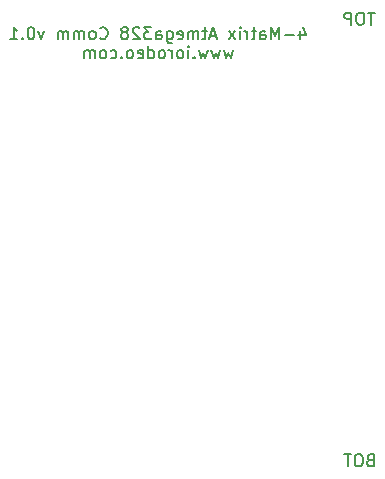
<source format=gbo>
G04 (created by PCBNEW (2013-mar-13)-testing) date Mon 26 Aug 2013 07:22:46 AM PDT*
%MOIN*%
G04 Gerber Fmt 3.4, Leading zero omitted, Abs format*
%FSLAX34Y34*%
G01*
G70*
G90*
G04 APERTURE LIST*
%ADD10C,0.005906*%
%ADD11C,0.008000*%
G04 APERTURE END LIST*
G54D10*
G54D11*
X32213Y-20594D02*
X32213Y-20860D01*
X32308Y-20441D02*
X32403Y-20727D01*
X32156Y-20727D01*
X32003Y-20708D02*
X31699Y-20708D01*
X31508Y-20860D02*
X31508Y-20460D01*
X31375Y-20746D01*
X31241Y-20460D01*
X31241Y-20860D01*
X30879Y-20860D02*
X30879Y-20651D01*
X30899Y-20613D01*
X30937Y-20594D01*
X31013Y-20594D01*
X31051Y-20613D01*
X30879Y-20841D02*
X30918Y-20860D01*
X31013Y-20860D01*
X31051Y-20841D01*
X31070Y-20803D01*
X31070Y-20765D01*
X31051Y-20727D01*
X31013Y-20708D01*
X30918Y-20708D01*
X30879Y-20689D01*
X30746Y-20594D02*
X30594Y-20594D01*
X30689Y-20460D02*
X30689Y-20803D01*
X30670Y-20841D01*
X30632Y-20860D01*
X30594Y-20860D01*
X30460Y-20860D02*
X30460Y-20594D01*
X30460Y-20670D02*
X30441Y-20632D01*
X30422Y-20613D01*
X30384Y-20594D01*
X30346Y-20594D01*
X30213Y-20860D02*
X30213Y-20594D01*
X30213Y-20460D02*
X30232Y-20480D01*
X30213Y-20499D01*
X30194Y-20480D01*
X30213Y-20460D01*
X30213Y-20499D01*
X30060Y-20860D02*
X29851Y-20594D01*
X30060Y-20594D02*
X29851Y-20860D01*
X29413Y-20746D02*
X29222Y-20746D01*
X29451Y-20860D02*
X29318Y-20460D01*
X29184Y-20860D01*
X29108Y-20594D02*
X28956Y-20594D01*
X29051Y-20460D02*
X29051Y-20803D01*
X29032Y-20841D01*
X28994Y-20860D01*
X28956Y-20860D01*
X28822Y-20860D02*
X28822Y-20594D01*
X28822Y-20632D02*
X28803Y-20613D01*
X28765Y-20594D01*
X28708Y-20594D01*
X28670Y-20613D01*
X28651Y-20651D01*
X28651Y-20860D01*
X28651Y-20651D02*
X28632Y-20613D01*
X28594Y-20594D01*
X28537Y-20594D01*
X28499Y-20613D01*
X28480Y-20651D01*
X28480Y-20860D01*
X28137Y-20841D02*
X28175Y-20860D01*
X28251Y-20860D01*
X28289Y-20841D01*
X28308Y-20803D01*
X28308Y-20651D01*
X28289Y-20613D01*
X28251Y-20594D01*
X28175Y-20594D01*
X28137Y-20613D01*
X28118Y-20651D01*
X28118Y-20689D01*
X28308Y-20727D01*
X27775Y-20594D02*
X27775Y-20918D01*
X27794Y-20956D01*
X27813Y-20975D01*
X27851Y-20994D01*
X27908Y-20994D01*
X27946Y-20975D01*
X27775Y-20841D02*
X27813Y-20860D01*
X27889Y-20860D01*
X27927Y-20841D01*
X27946Y-20822D01*
X27965Y-20784D01*
X27965Y-20670D01*
X27946Y-20632D01*
X27927Y-20613D01*
X27889Y-20594D01*
X27813Y-20594D01*
X27775Y-20613D01*
X27413Y-20860D02*
X27413Y-20651D01*
X27432Y-20613D01*
X27470Y-20594D01*
X27546Y-20594D01*
X27584Y-20613D01*
X27413Y-20841D02*
X27451Y-20860D01*
X27546Y-20860D01*
X27584Y-20841D01*
X27603Y-20803D01*
X27603Y-20765D01*
X27584Y-20727D01*
X27546Y-20708D01*
X27451Y-20708D01*
X27413Y-20689D01*
X27260Y-20460D02*
X27013Y-20460D01*
X27146Y-20613D01*
X27089Y-20613D01*
X27051Y-20632D01*
X27032Y-20651D01*
X27013Y-20689D01*
X27013Y-20784D01*
X27032Y-20822D01*
X27051Y-20841D01*
X27089Y-20860D01*
X27203Y-20860D01*
X27241Y-20841D01*
X27260Y-20822D01*
X26860Y-20499D02*
X26841Y-20480D01*
X26803Y-20460D01*
X26708Y-20460D01*
X26670Y-20480D01*
X26651Y-20499D01*
X26632Y-20537D01*
X26632Y-20575D01*
X26651Y-20632D01*
X26880Y-20860D01*
X26632Y-20860D01*
X26403Y-20632D02*
X26441Y-20613D01*
X26460Y-20594D01*
X26480Y-20556D01*
X26480Y-20537D01*
X26460Y-20499D01*
X26441Y-20480D01*
X26403Y-20460D01*
X26327Y-20460D01*
X26289Y-20480D01*
X26270Y-20499D01*
X26251Y-20537D01*
X26251Y-20556D01*
X26270Y-20594D01*
X26289Y-20613D01*
X26327Y-20632D01*
X26403Y-20632D01*
X26441Y-20651D01*
X26460Y-20670D01*
X26480Y-20708D01*
X26480Y-20784D01*
X26460Y-20822D01*
X26441Y-20841D01*
X26403Y-20860D01*
X26327Y-20860D01*
X26289Y-20841D01*
X26270Y-20822D01*
X26251Y-20784D01*
X26251Y-20708D01*
X26270Y-20670D01*
X26289Y-20651D01*
X26327Y-20632D01*
X25546Y-20822D02*
X25565Y-20841D01*
X25622Y-20860D01*
X25660Y-20860D01*
X25718Y-20841D01*
X25756Y-20803D01*
X25775Y-20765D01*
X25794Y-20689D01*
X25794Y-20632D01*
X25775Y-20556D01*
X25756Y-20518D01*
X25718Y-20480D01*
X25660Y-20460D01*
X25622Y-20460D01*
X25565Y-20480D01*
X25546Y-20499D01*
X25318Y-20860D02*
X25356Y-20841D01*
X25375Y-20822D01*
X25394Y-20784D01*
X25394Y-20670D01*
X25375Y-20632D01*
X25356Y-20613D01*
X25318Y-20594D01*
X25260Y-20594D01*
X25222Y-20613D01*
X25203Y-20632D01*
X25184Y-20670D01*
X25184Y-20784D01*
X25203Y-20822D01*
X25222Y-20841D01*
X25260Y-20860D01*
X25318Y-20860D01*
X25013Y-20860D02*
X25013Y-20594D01*
X25013Y-20632D02*
X24994Y-20613D01*
X24956Y-20594D01*
X24899Y-20594D01*
X24860Y-20613D01*
X24841Y-20651D01*
X24841Y-20860D01*
X24841Y-20651D02*
X24822Y-20613D01*
X24784Y-20594D01*
X24727Y-20594D01*
X24689Y-20613D01*
X24670Y-20651D01*
X24670Y-20860D01*
X24480Y-20860D02*
X24480Y-20594D01*
X24480Y-20632D02*
X24460Y-20613D01*
X24422Y-20594D01*
X24365Y-20594D01*
X24327Y-20613D01*
X24308Y-20651D01*
X24308Y-20860D01*
X24308Y-20651D02*
X24289Y-20613D01*
X24251Y-20594D01*
X24194Y-20594D01*
X24156Y-20613D01*
X24137Y-20651D01*
X24137Y-20860D01*
X23680Y-20594D02*
X23584Y-20860D01*
X23489Y-20594D01*
X23260Y-20460D02*
X23222Y-20460D01*
X23184Y-20480D01*
X23165Y-20499D01*
X23146Y-20537D01*
X23127Y-20613D01*
X23127Y-20708D01*
X23146Y-20784D01*
X23165Y-20822D01*
X23184Y-20841D01*
X23222Y-20860D01*
X23260Y-20860D01*
X23299Y-20841D01*
X23318Y-20822D01*
X23337Y-20784D01*
X23356Y-20708D01*
X23356Y-20613D01*
X23337Y-20537D01*
X23318Y-20499D01*
X23299Y-20480D01*
X23260Y-20460D01*
X22956Y-20822D02*
X22937Y-20841D01*
X22956Y-20860D01*
X22975Y-20841D01*
X22956Y-20822D01*
X22956Y-20860D01*
X22556Y-20860D02*
X22784Y-20860D01*
X22670Y-20860D02*
X22670Y-20460D01*
X22708Y-20518D01*
X22746Y-20556D01*
X22784Y-20575D01*
X29975Y-21234D02*
X29899Y-21500D01*
X29822Y-21310D01*
X29746Y-21500D01*
X29670Y-21234D01*
X29556Y-21234D02*
X29480Y-21500D01*
X29403Y-21310D01*
X29327Y-21500D01*
X29251Y-21234D01*
X29137Y-21234D02*
X29060Y-21500D01*
X28984Y-21310D01*
X28908Y-21500D01*
X28832Y-21234D01*
X28680Y-21462D02*
X28660Y-21481D01*
X28680Y-21500D01*
X28699Y-21481D01*
X28680Y-21462D01*
X28680Y-21500D01*
X28489Y-21500D02*
X28489Y-21234D01*
X28489Y-21100D02*
X28508Y-21120D01*
X28489Y-21139D01*
X28470Y-21120D01*
X28489Y-21100D01*
X28489Y-21139D01*
X28241Y-21500D02*
X28279Y-21481D01*
X28299Y-21462D01*
X28318Y-21424D01*
X28318Y-21310D01*
X28299Y-21272D01*
X28279Y-21253D01*
X28241Y-21234D01*
X28184Y-21234D01*
X28146Y-21253D01*
X28127Y-21272D01*
X28108Y-21310D01*
X28108Y-21424D01*
X28127Y-21462D01*
X28146Y-21481D01*
X28184Y-21500D01*
X28241Y-21500D01*
X27937Y-21500D02*
X27937Y-21234D01*
X27937Y-21310D02*
X27918Y-21272D01*
X27899Y-21253D01*
X27860Y-21234D01*
X27822Y-21234D01*
X27632Y-21500D02*
X27670Y-21481D01*
X27689Y-21462D01*
X27708Y-21424D01*
X27708Y-21310D01*
X27689Y-21272D01*
X27670Y-21253D01*
X27632Y-21234D01*
X27575Y-21234D01*
X27537Y-21253D01*
X27518Y-21272D01*
X27499Y-21310D01*
X27499Y-21424D01*
X27518Y-21462D01*
X27537Y-21481D01*
X27575Y-21500D01*
X27632Y-21500D01*
X27156Y-21500D02*
X27156Y-21100D01*
X27156Y-21481D02*
X27194Y-21500D01*
X27270Y-21500D01*
X27308Y-21481D01*
X27327Y-21462D01*
X27346Y-21424D01*
X27346Y-21310D01*
X27327Y-21272D01*
X27308Y-21253D01*
X27270Y-21234D01*
X27194Y-21234D01*
X27156Y-21253D01*
X26813Y-21481D02*
X26851Y-21500D01*
X26927Y-21500D01*
X26965Y-21481D01*
X26984Y-21443D01*
X26984Y-21291D01*
X26965Y-21253D01*
X26927Y-21234D01*
X26851Y-21234D01*
X26813Y-21253D01*
X26794Y-21291D01*
X26794Y-21329D01*
X26984Y-21367D01*
X26565Y-21500D02*
X26603Y-21481D01*
X26622Y-21462D01*
X26641Y-21424D01*
X26641Y-21310D01*
X26622Y-21272D01*
X26603Y-21253D01*
X26565Y-21234D01*
X26508Y-21234D01*
X26470Y-21253D01*
X26451Y-21272D01*
X26432Y-21310D01*
X26432Y-21424D01*
X26451Y-21462D01*
X26470Y-21481D01*
X26508Y-21500D01*
X26565Y-21500D01*
X26260Y-21462D02*
X26241Y-21481D01*
X26260Y-21500D01*
X26280Y-21481D01*
X26260Y-21462D01*
X26260Y-21500D01*
X25899Y-21481D02*
X25937Y-21500D01*
X26013Y-21500D01*
X26051Y-21481D01*
X26070Y-21462D01*
X26089Y-21424D01*
X26089Y-21310D01*
X26070Y-21272D01*
X26051Y-21253D01*
X26013Y-21234D01*
X25937Y-21234D01*
X25899Y-21253D01*
X25670Y-21500D02*
X25708Y-21481D01*
X25727Y-21462D01*
X25746Y-21424D01*
X25746Y-21310D01*
X25727Y-21272D01*
X25708Y-21253D01*
X25670Y-21234D01*
X25613Y-21234D01*
X25575Y-21253D01*
X25556Y-21272D01*
X25537Y-21310D01*
X25537Y-21424D01*
X25556Y-21462D01*
X25575Y-21481D01*
X25613Y-21500D01*
X25670Y-21500D01*
X25365Y-21500D02*
X25365Y-21234D01*
X25365Y-21272D02*
X25346Y-21253D01*
X25308Y-21234D01*
X25251Y-21234D01*
X25213Y-21253D01*
X25194Y-21291D01*
X25194Y-21500D01*
X25194Y-21291D02*
X25175Y-21253D01*
X25137Y-21234D01*
X25080Y-21234D01*
X25041Y-21253D01*
X25022Y-21291D01*
X25022Y-21500D01*
X34545Y-34892D02*
X34488Y-34911D01*
X34469Y-34930D01*
X34450Y-34968D01*
X34450Y-35026D01*
X34469Y-35064D01*
X34488Y-35083D01*
X34526Y-35102D01*
X34679Y-35102D01*
X34679Y-34702D01*
X34545Y-34702D01*
X34507Y-34721D01*
X34488Y-34740D01*
X34469Y-34778D01*
X34469Y-34816D01*
X34488Y-34854D01*
X34507Y-34873D01*
X34545Y-34892D01*
X34679Y-34892D01*
X34203Y-34702D02*
X34126Y-34702D01*
X34088Y-34721D01*
X34050Y-34759D01*
X34031Y-34835D01*
X34031Y-34968D01*
X34050Y-35045D01*
X34088Y-35083D01*
X34126Y-35102D01*
X34203Y-35102D01*
X34241Y-35083D01*
X34279Y-35045D01*
X34298Y-34968D01*
X34298Y-34835D01*
X34279Y-34759D01*
X34241Y-34721D01*
X34203Y-34702D01*
X33917Y-34702D02*
X33688Y-34702D01*
X33803Y-35102D02*
X33803Y-34702D01*
X34697Y-19977D02*
X34468Y-19977D01*
X34582Y-20377D02*
X34582Y-19977D01*
X34258Y-19977D02*
X34182Y-19977D01*
X34144Y-19996D01*
X34106Y-20034D01*
X34087Y-20111D01*
X34087Y-20244D01*
X34106Y-20320D01*
X34144Y-20358D01*
X34182Y-20377D01*
X34258Y-20377D01*
X34297Y-20358D01*
X34335Y-20320D01*
X34354Y-20244D01*
X34354Y-20111D01*
X34335Y-20034D01*
X34297Y-19996D01*
X34258Y-19977D01*
X33916Y-20377D02*
X33916Y-19977D01*
X33763Y-19977D01*
X33725Y-19996D01*
X33706Y-20015D01*
X33687Y-20053D01*
X33687Y-20111D01*
X33706Y-20149D01*
X33725Y-20168D01*
X33763Y-20187D01*
X33916Y-20187D01*
M02*

</source>
